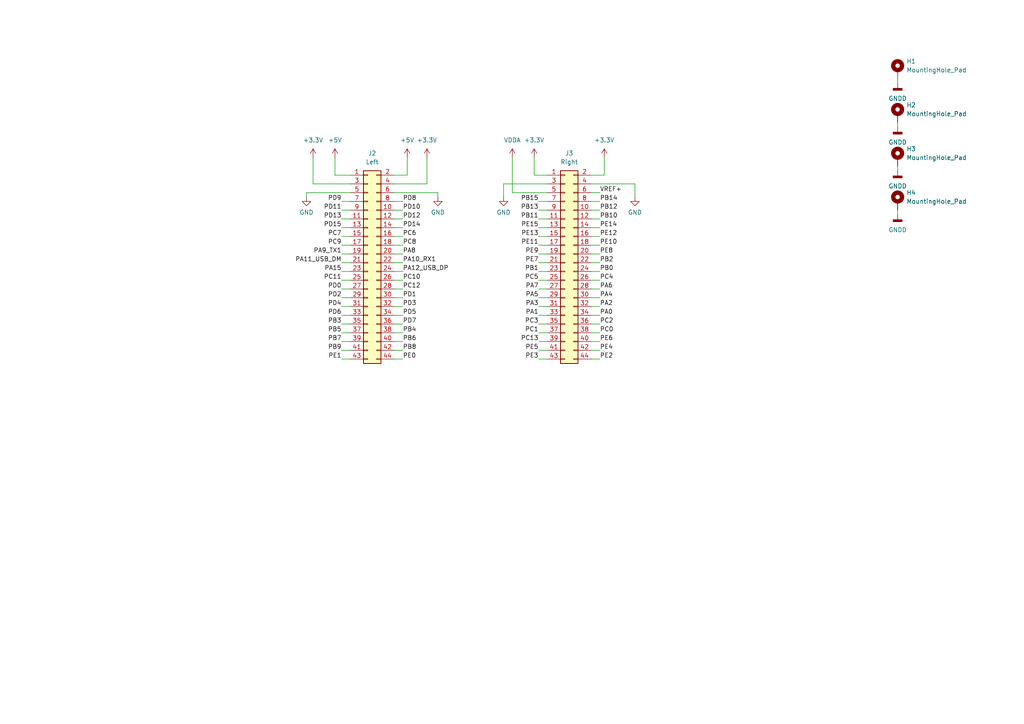
<source format=kicad_sch>
(kicad_sch (version 20231120) (generator "eeschema") (generator_version "8.0")
  (paper "A4")
  (lib_symbols
    (symbol "Connector_Generic:Conn_02x22_Odd_Even" (pin_names (offset 1.016) hide)
      (property "Reference" "J" (at 1.27 27.94 0))
      (property "Value" "Conn_02x22_Odd_Even" (at 1.27 -30.48 0))
      (symbol "Conn_02x22_Odd_Even_1_1"
        (rectangle (start -1.27 -27.813) (end 0 -28.067) (stroke (width 0.1524)))
        (rectangle (start -1.27 -25.273) (end 0 -25.527) (stroke (width 0.1524)))
        (rectangle (start -1.27 -22.733) (end 0 -22.987) (stroke (width 0.1524)))
        (rectangle (start -1.27 -20.193) (end 0 -20.447) (stroke (width 0.1524)))
        (rectangle (start -1.27 -17.653) (end 0 -17.907) (stroke (width 0.1524)))
        (rectangle (start -1.27 -15.113) (end 0 -15.367) (stroke (width 0.1524)))
        (rectangle (start -1.27 -12.573) (end 0 -12.827) (stroke (width 0.1524)))
        (rectangle (start -1.27 -10.033) (end 0 -10.287) (stroke (width 0.1524)))
        (rectangle (start -1.27 -7.493) (end 0 -7.747) (stroke (width 0.1524)))
        (rectangle (start -1.27 -4.953) (end 0 -5.207) (stroke (width 0.1524)))
        (rectangle (start -1.27 -2.413) (end 0 -2.667) (stroke (width 0.1524)))
        (rectangle (start -1.27 0.127) (end 0 -0.127) (stroke (width 0.1524)))
        (rectangle (start -1.27 2.667) (end 0 2.413) (stroke (width 0.1524)))
        (rectangle (start -1.27 5.207) (end 0 4.953) (stroke (width 0.1524)))
        (rectangle (start -1.27 7.747) (end 0 7.493) (stroke (width 0.1524)))
        (rectangle (start -1.27 10.287) (end 0 10.033) (stroke (width 0.1524)))
        (rectangle (start -1.27 12.827) (end 0 12.573) (stroke (width 0.1524)))
        (rectangle (start -1.27 15.367) (end 0 15.113) (stroke (width 0.1524)))
        (rectangle (start -1.27 17.907) (end 0 17.653) (stroke (width 0.1524)))
        (rectangle (start -1.27 20.447) (end 0 20.193) (stroke (width 0.1524)))
        (rectangle (start -1.27 22.987) (end 0 22.733) (stroke (width 0.1524)))
        (rectangle (start -1.27 25.527) (end 0 25.273) (stroke (width 0.1524)))
        (rectangle (start -1.27 26.67) (end 3.81 -29.21) (stroke (width 0.254)) (fill (type background)))
        (rectangle (start 3.81 -27.813) (end 2.54 -28.067) (stroke (width 0.1524)))
        (rectangle (start 3.81 -25.273) (end 2.54 -25.527) (stroke (width 0.1524)))
        (rectangle (start 3.81 -22.733) (end 2.54 -22.987) (stroke (width 0.1524)))
        (rectangle (start 3.81 -20.193) (end 2.54 -20.447) (stroke (width 0.1524)))
        (rectangle (start 3.81 -17.653) (end 2.54 -17.907) (stroke (width 0.1524)))
        (rectangle (start 3.81 -15.113) (end 2.54 -15.367) (stroke (width 0.1524)))
        (rectangle (start 3.81 -12.573) (end 2.54 -12.827) (stroke (width 0.1524)))
        (rectangle (start 3.81 -10.033) (end 2.54 -10.287) (stroke (width 0.1524)))
        (rectangle (start 3.81 -7.493) (end 2.54 -7.747) (stroke (width 0.1524)))
        (rectangle (start 3.81 -4.953) (end 2.54 -5.207) (stroke (width 0.1524)))
        (rectangle (start 3.81 -2.413) (end 2.54 -2.667) (stroke (width 0.1524)))
        (rectangle (start 3.81 0.127) (end 2.54 -0.127) (stroke (width 0.1524)))
        (rectangle (start 3.81 2.667) (end 2.54 2.413) (stroke (width 0.1524)))
        (rectangle (start 3.81 5.207) (end 2.54 4.953) (stroke (width 0.1524)))
        (rectangle (start 3.81 7.747) (end 2.54 7.493) (stroke (width 0.1524)))
        (rectangle (start 3.81 10.287) (end 2.54 10.033) (stroke (width 0.1524)))
        (rectangle (start 3.81 12.827) (end 2.54 12.573) (stroke (width 0.1524)))
        (rectangle (start 3.81 15.367) (end 2.54 15.113) (stroke (width 0.1524)))
        (rectangle (start 3.81 17.907) (end 2.54 17.653) (stroke (width 0.1524)))
        (rectangle (start 3.81 20.447) (end 2.54 20.193) (stroke (width 0.1524)))
        (rectangle (start 3.81 22.987) (end 2.54 22.733) (stroke (width 0.1524)))
        (rectangle (start 3.81 25.527) (end 2.54 25.273) (stroke (width 0.1524)))
        (pin passive line (at -5.08 25.4 0) (length 3.81) (name "Pin_1") (number "1"))
        (pin passive line (at 7.62 15.24 180) (length 3.81) (name "Pin_10") (number "10"))
        (pin passive line (at -5.08 12.7 0) (length 3.81) (name "Pin_11") (number "11"))
        (pin passive line (at 7.62 12.7 180) (length 3.81) (name "Pin_12") (number "12"))
        (pin passive line (at -5.08 10.16 0) (length 3.81) (name "Pin_13") (number "13"))
        (pin passive line (at 7.62 10.16 180) (length 3.81) (name "Pin_14") (number "14"))
        (pin passive line (at -5.08 7.62 0) (length 3.81) (name "Pin_15") (number "15"))
        (pin passive line (at 7.62 7.62 180) (length 3.81) (name "Pin_16") (number "16"))
        (pin passive line (at -5.08 5.08 0) (length 3.81) (name "Pin_17") (number "17"))
        (pin passive line (at 7.62 5.08 180) (length 3.81) (name "Pin_18") (number "18"))
        (pin passive line (at -5.08 2.54 0) (length 3.81) (name "Pin_19") (number "19"))
        (pin passive line (at 7.62 25.4 180) (length 3.81) (name "Pin_2") (number "2"))
        (pin passive line (at 7.62 2.54 180) (length 3.81) (name "Pin_20") (number "20"))
        (pin passive line (at -5.08 0 0) (length 3.81) (name "Pin_21") (number "21"))
        (pin passive line (at 7.62 0 180) (length 3.81) (name "Pin_22") (number "22"))
        (pin passive line (at -5.08 -2.54 0) (length 3.81) (name "Pin_23") (number "23"))
        (pin passive line (at 7.62 -2.54 180) (length 3.81) (name "Pin_24") (number "24"))
        (pin passive line (at -5.08 -5.08 0) (length 3.81) (name "Pin_25") (number "25"))
        (pin passive line (at 7.62 -5.08 180) (length 3.81) (name "Pin_26") (number "26"))
        (pin passive line (at -5.08 -7.62 0) (length 3.81) (name "Pin_27") (number "27"))
        (pin passive line (at 7.62 -7.62 180) (length 3.81) (name "Pin_28") (number "28"))
        (pin passive line (at -5.08 -10.16 0) (length 3.81) (name "Pin_29") (number "29"))
        (pin passive line (at -5.08 22.86 0) (length 3.81) (name "Pin_3") (number "3"))
        (pin passive line (at 7.62 -10.16 180) (length 3.81) (name "Pin_30") (number "30"))
        (pin passive line (at -5.08 -12.7 0) (length 3.81) (name "Pin_31") (number "31"))
        (pin passive line (at 7.62 -12.7 180) (length 3.81) (name "Pin_32") (number "32"))
        (pin passive line (at -5.08 -15.24 0) (length 3.81) (name "Pin_33") (number "33"))
        (pin passive line (at 7.62 -15.24 180) (length 3.81) (name "Pin_34") (number "34"))
        (pin passive line (at -5.08 -17.78 0) (length 3.81) (name "Pin_35") (number "35"))
        (pin passive line (at 7.62 -17.78 180) (length 3.81) (name "Pin_36") (number "36"))
        (pin passive line (at -5.08 -20.32 0) (length 3.81) (name "Pin_37") (number "37"))
        (pin passive line (at 7.62 -20.32 180) (length 3.81) (name "Pin_38") (number "38"))
        (pin passive line (at -5.08 -22.86 0) (length 3.81) (name "Pin_39") (number "39"))
        (pin passive line (at 7.62 22.86 180) (length 3.81) (name "Pin_4") (number "4"))
        (pin passive line (at 7.62 -22.86 180) (length 3.81) (name "Pin_40") (number "40"))
        (pin passive line (at -5.08 -25.4 0) (length 3.81) (name "Pin_41") (number "41"))
        (pin passive line (at 7.62 -25.4 180) (length 3.81) (name "Pin_42") (number "42"))
        (pin passive line (at -5.08 -27.94 0) (length 3.81) (name "Pin_43") (number "43"))
        (pin passive line (at 7.62 -27.94 180) (length 3.81) (name "Pin_44") (number "44"))
        (pin passive line (at -5.08 20.32 0) (length 3.81) (name "Pin_5") (number "5"))
        (pin passive line (at 7.62 20.32 180) (length 3.81) (name "Pin_6") (number "6"))
        (pin passive line (at -5.08 17.78 0) (length 3.81) (name "Pin_7") (number "7"))
        (pin passive line (at 7.62 17.78 180) (length 3.81) (name "Pin_8") (number "8"))
        (pin passive line (at -5.08 15.24 0) (length 3.81) (name "Pin_9") (number "9"))
      )
    )
    (symbol "Mechanical:MountingHole_Pad" (pin_numbers hide) (pin_names (offset 1.016) hide)
      (property "Reference" "H" (at 0 6.35 0))
      (property "Value" "MountingHole_Pad" (at 0 4.445 0))
      (symbol "MountingHole_Pad_0_1"
        (circle (center 0 1.27) (radius 1.27) (stroke (width 1.27)))
      )
      (symbol "MountingHole_Pad_1_1"
        (pin input line (at 0 -2.54 90) (length 2.54) (name "1") (number "1"))
      )
    )
    (symbol "power:+3.3V" (power) (pin_names (offset 0))
      (property "Value" "+3.3V" (at 0 3.556 0))
      (symbol "+3.3V_0_1"
        (polyline (pts (xy -0.762 1.27) (xy 0 2.54)))
        (polyline (pts (xy 0 0) (xy 0 2.54)))
        (polyline (pts (xy 0 2.54) (xy 0.762 1.27)))
      )
      (symbol "+3.3V_1_1"
        (pin power_in line (at 0 0 90) (length 0) hide (name "+3.3V") (number "1"))
      )
    )
    (symbol "power:+5V" (power) (pin_names (offset 0))
      (property "Value" "+5V" (at 0 3.556 0))
      (symbol "+5V_0_1"
        (polyline (pts (xy -0.762 1.27) (xy 0 2.54)))
        (polyline (pts (xy 0 0) (xy 0 2.54)))
        (polyline (pts (xy 0 2.54) (xy 0.762 1.27)))
      )
      (symbol "+5V_1_1"
        (pin power_in line (at 0 0 90) (length 0) hide (name "+5V") (number "1"))
      )
    )
    (symbol "power:GND" (power) (pin_names (offset 0))
      (property "Value" "GND" (at 0 -3.81 0))
      (symbol "GND_0_1"
        (polyline (pts (xy 0 0) (xy 0 -1.27) (xy 1.27 -1.27) (xy 0 -2.54) (xy -1.27 -1.27) (xy 0 -1.27)))
      )
      (symbol "GND_1_1"
        (pin power_in line (at 0 0 270) (length 0) hide (name "GND") (number "1"))
      )
    )
    (symbol "power:GNDD" (power) (pin_names (offset 0))
      (property "Value" "GNDD" (at 0 -3.175 0))
      (symbol "GNDD_0_1"
        (rectangle (start -1.27 -1.524) (end 1.27 -2.032) (stroke (width 0.254)) (fill (type outline)))
        (polyline (pts (xy 0 0) (xy 0 -1.524)))
      )
      (symbol "GNDD_1_1"
        (pin power_in line (at 0 0 270) (length 0) hide (name "GNDD") (number "1"))
      )
    )
    (symbol "power:VDDA" (power) (pin_names (offset 0))
      (property "Value" "VDDA" (at 0 3.81 0))
      (symbol "VDDA_0_1"
        (polyline (pts (xy -0.762 1.27) (xy 0 2.54)))
        (polyline (pts (xy 0 0) (xy 0 2.54)))
        (polyline (pts (xy 0 2.54) (xy 0.762 1.27)))
      )
      (symbol "VDDA_1_1"
        (pin power_in line (at 0 0 90) (length 0) hide (name "VDDA") (number "1"))
      )
    )
  )
  (wire (pts (xy 99.06 73.66) (xy 101.6 73.66)))
  (wire (pts (xy 171.45 104.14) (xy 173.99 104.14)))
  (wire (pts (xy 99.06 63.5) (xy 101.6 63.5)))
  (wire (pts (xy 171.45 86.36) (xy 173.99 86.36)))
  (wire (pts (xy 171.45 96.52) (xy 173.99 96.52)))
  (wire (pts (xy 156.21 101.6) (xy 158.75 101.6)))
  (wire (pts (xy 156.21 71.12) (xy 158.75 71.12)))
  (wire (pts (xy 114.3 83.82) (xy 116.84 83.82)))
  (wire (pts (xy 171.45 73.66) (xy 173.99 73.66)))
  (wire (pts (xy 156.21 66.04) (xy 158.75 66.04)))
  (wire (pts (xy 114.3 96.52) (xy 116.84 96.52)))
  (wire (pts (xy 156.21 83.82) (xy 158.75 83.82)))
  (wire (pts (xy 114.3 91.44) (xy 116.84 91.44)))
  (wire (pts (xy 99.06 101.6) (xy 101.6 101.6)))
  (wire (pts (xy 171.45 78.74) (xy 173.99 78.74)))
  (wire (pts (xy 184.15 53.34) (xy 184.15 57.15)))
  (wire (pts (xy 99.06 86.36) (xy 101.6 86.36)))
  (wire (pts (xy 114.3 101.6) (xy 116.84 101.6)))
  (wire (pts (xy 114.3 63.5) (xy 116.84 63.5)))
  (wire (pts (xy 114.3 73.66) (xy 116.84 73.66)))
  (wire (pts (xy 99.06 81.28) (xy 101.6 81.28)))
  (wire (pts (xy 171.45 76.2) (xy 173.99 76.2)))
  (wire (pts (xy 156.21 78.74) (xy 158.75 78.74)))
  (wire (pts (xy 123.825 53.34) (xy 114.3 53.34)))
  (wire (pts (xy 171.45 55.88) (xy 173.99 55.88)))
  (wire (pts (xy 99.06 83.82) (xy 101.6 83.82)))
  (wire (pts (xy 90.805 53.34) (xy 101.6 53.34)))
  (wire (pts (xy 99.06 99.06) (xy 101.6 99.06)))
  (wire (pts (xy 118.11 45.72) (xy 118.11 50.8)))
  (wire (pts (xy 171.45 88.9) (xy 173.99 88.9)))
  (wire (pts (xy 99.06 104.14) (xy 101.6 104.14)))
  (wire (pts (xy 156.21 76.2) (xy 158.75 76.2)))
  (wire (pts (xy 114.3 78.74) (xy 116.84 78.74)))
  (wire (pts (xy 260.35 48.26) (xy 260.35 49.53)))
  (wire (pts (xy 156.21 91.44) (xy 158.75 91.44)))
  (wire (pts (xy 156.21 68.58) (xy 158.75 68.58)))
  (wire (pts (xy 99.06 78.74) (xy 101.6 78.74)))
  (wire (pts (xy 260.35 35.56) (xy 260.35 36.83)))
  (wire (pts (xy 123.825 45.72) (xy 123.825 53.34)))
  (wire (pts (xy 171.45 58.42) (xy 173.99 58.42)))
  (wire (pts (xy 97.155 50.8) (xy 101.6 50.8)))
  (wire (pts (xy 114.3 60.96) (xy 116.84 60.96)))
  (wire (pts (xy 171.45 99.06) (xy 173.99 99.06)))
  (wire (pts (xy 171.45 81.28) (xy 173.99 81.28)))
  (wire (pts (xy 171.45 71.12) (xy 173.99 71.12)))
  (wire (pts (xy 114.3 99.06) (xy 116.84 99.06)))
  (wire (pts (xy 171.45 93.98) (xy 173.99 93.98)))
  (wire (pts (xy 171.45 63.5) (xy 173.99 63.5)))
  (wire (pts (xy 127 55.88) (xy 127 57.15)))
  (wire (pts (xy 154.94 50.8) (xy 158.75 50.8)))
  (wire (pts (xy 90.805 45.72) (xy 90.805 53.34)))
  (wire (pts (xy 99.06 88.9) (xy 101.6 88.9)))
  (wire (pts (xy 118.11 50.8) (xy 114.3 50.8)))
  (wire (pts (xy 88.9 55.88) (xy 88.9 57.15)))
  (wire (pts (xy 156.21 99.06) (xy 158.75 99.06)))
  (wire (pts (xy 99.06 91.44) (xy 101.6 91.44)))
  (wire (pts (xy 156.21 63.5) (xy 158.75 63.5)))
  (wire (pts (xy 156.21 58.42) (xy 158.75 58.42)))
  (wire (pts (xy 260.35 60.96) (xy 260.35 62.23)))
  (wire (pts (xy 171.45 68.58) (xy 173.99 68.58)))
  (wire (pts (xy 154.94 45.72) (xy 154.94 50.8)))
  (wire (pts (xy 171.45 60.96) (xy 173.99 60.96)))
  (wire (pts (xy 114.3 76.2) (xy 116.84 76.2)))
  (wire (pts (xy 114.3 71.12) (xy 116.84 71.12)))
  (wire (pts (xy 99.06 96.52) (xy 101.6 96.52)))
  (wire (pts (xy 114.3 104.14) (xy 116.84 104.14)))
  (wire (pts (xy 156.21 60.96) (xy 158.75 60.96)))
  (wire (pts (xy 99.06 71.12) (xy 101.6 71.12)))
  (wire (pts (xy 175.26 45.72) (xy 175.26 50.8)))
  (wire (pts (xy 114.3 58.42) (xy 116.84 58.42)))
  (wire (pts (xy 99.06 76.2) (xy 101.6 76.2)))
  (wire (pts (xy 171.45 101.6) (xy 173.99 101.6)))
  (wire (pts (xy 114.3 86.36) (xy 116.84 86.36)))
  (wire (pts (xy 99.06 68.58) (xy 101.6 68.58)))
  (wire (pts (xy 171.45 91.44) (xy 173.99 91.44)))
  (wire (pts (xy 171.45 66.04) (xy 173.99 66.04)))
  (wire (pts (xy 156.21 86.36) (xy 158.75 86.36)))
  (wire (pts (xy 97.155 45.72) (xy 97.155 50.8)))
  (wire (pts (xy 156.21 104.14) (xy 158.75 104.14)))
  (wire (pts (xy 146.05 53.34) (xy 146.05 57.15)))
  (wire (pts (xy 156.21 93.98) (xy 158.75 93.98)))
  (wire (pts (xy 114.3 68.58) (xy 116.84 68.58)))
  (wire (pts (xy 99.06 58.42) (xy 101.6 58.42)))
  (wire (pts (xy 175.26 50.8) (xy 171.45 50.8)))
  (wire (pts (xy 156.21 88.9) (xy 158.75 88.9)))
  (wire (pts (xy 156.21 96.52) (xy 158.75 96.52)))
  (wire (pts (xy 114.3 55.88) (xy 127 55.88)))
  (wire (pts (xy 158.75 55.88) (xy 148.59 55.88)))
  (wire (pts (xy 114.3 81.28) (xy 116.84 81.28)))
  (wire (pts (xy 114.3 93.98) (xy 116.84 93.98)))
  (wire (pts (xy 99.06 66.04) (xy 101.6 66.04)))
  (wire (pts (xy 148.59 55.88) (xy 148.59 45.72)))
  (wire (pts (xy 114.3 66.04) (xy 116.84 66.04)))
  (wire (pts (xy 99.06 60.96) (xy 101.6 60.96)))
  (wire (pts (xy 114.3 88.9) (xy 116.84 88.9)))
  (wire (pts (xy 260.35 22.86) (xy 260.35 24.13)))
  (wire (pts (xy 101.6 55.88) (xy 88.9 55.88)))
  (wire (pts (xy 99.06 93.98) (xy 101.6 93.98)))
  (wire (pts (xy 156.21 81.28) (xy 158.75 81.28)))
  (wire (pts (xy 171.45 83.82) (xy 173.99 83.82)))
  (wire (pts (xy 156.21 73.66) (xy 158.75 73.66)))
  (wire (pts (xy 158.75 53.34) (xy 146.05 53.34)))
  (wire (pts (xy 171.45 53.34) (xy 184.15 53.34)))
  (label "PD7" (at 116.84 93.98 0))
  (label "PB2" (at 173.99 76.2 0))
  (label "PD4" (at 99.06 88.9 180))
  (label "PA11_USB_DM" (at 99.06 76.2 180))
  (label "VREF+" (at 173.99 55.88 0))
  (label "PB7" (at 99.06 99.06 180))
  (label "PE12" (at 173.99 68.58 0))
  (label "PB13" (at 156.21 60.96 180))
  (label "PE11" (at 156.21 71.12 180))
  (label "PD10" (at 116.84 60.96 0))
  (label "PC8" (at 116.84 71.12 0))
  (label "PA6" (at 173.99 83.82 0))
  (label "PB6" (at 116.84 99.06 0))
  (label "PE5" (at 156.21 101.6 180))
  (label "PB3" (at 99.06 93.98 180))
  (label "PE10" (at 173.99 71.12 0))
  (label "PC10" (at 116.84 81.28 0))
  (label "PD6" (at 99.06 91.44 180))
  (label "PC3" (at 156.21 93.98 180))
  (label "PE9" (at 156.21 73.66 180))
  (label "PC2" (at 173.99 93.98 0))
  (label "PD11" (at 99.06 60.96 180))
  (label "PB9" (at 99.06 101.6 180))
  (label "PA1" (at 156.21 91.44 180))
  (label "PE0" (at 116.84 104.14 0))
  (label "PA7" (at 156.21 83.82 180))
  (label "PB5" (at 99.06 96.52 180))
  (label "PA8" (at 116.84 73.66 0))
  (label "PD12" (at 116.84 63.5 0))
  (label "PE13" (at 156.21 68.58 180))
  (label "PA15" (at 99.06 78.74 180))
  (label "PD9" (at 99.06 58.42 180))
  (label "PD14" (at 116.84 66.04 0))
  (label "PE2" (at 173.99 104.14 0))
  (label "PC13" (at 156.21 99.06 180))
  (label "PD13" (at 99.06 63.5 180))
  (label "PD3" (at 116.84 88.9 0))
  (label "PA9_TX1" (at 99.06 73.66 180))
  (label "PC1" (at 156.21 96.52 180))
  (label "PD2" (at 99.06 86.36 180))
  (label "PC5" (at 156.21 81.28 180))
  (label "PC0" (at 173.99 96.52 0))
  (label "PD1" (at 116.84 86.36 0))
  (label "PA0" (at 173.99 91.44 0))
  (label "PC11" (at 99.06 81.28 180))
  (label "PA5" (at 156.21 86.36 180))
  (label "PC4" (at 173.99 81.28 0))
  (label "PE1" (at 99.06 104.14 180))
  (label "PA12_USB_DP" (at 116.84 78.74 0))
  (label "PE8" (at 173.99 73.66 0))
  (label "PD15" (at 99.06 66.04 180))
  (label "PD5" (at 116.84 91.44 0))
  (label "PA4" (at 173.99 86.36 0))
  (label "PC12" (at 116.84 83.82 0))
  (label "PB14" (at 173.99 58.42 0))
  (label "PA2" (at 173.99 88.9 0))
  (label "PA10_RX1" (at 116.84 76.2 0))
  (label "PA3" (at 156.21 88.9 180))
  (label "PB15" (at 156.21 58.42 180))
  (label "PB12" (at 173.99 60.96 0))
  (label "PE15" (at 156.21 66.04 180))
  (label "PD8" (at 116.84 58.42 0))
  (label "PB4" (at 116.84 96.52 0))
  (label "PC6" (at 116.84 68.58 0))
  (label "PE14" (at 173.99 66.04 0))
  (label "PB10" (at 173.99 63.5 0))
  (label "PE3" (at 156.21 104.14 180))
  (label "PE4" (at 173.99 101.6 0))
  (label "PB1" (at 156.21 78.74 180))
  (label "PB8" (at 116.84 101.6 0))
  (label "PE7" (at 156.21 76.2 180))
  (label "PC7" (at 99.06 68.58 180))
  (label "PE6" (at 173.99 99.06 0))
  (label "PC9" (at 99.06 71.12 180))
  (label "PB0" (at 173.99 78.74 0))
  (label "PD0" (at 99.06 83.82 180))
  (label "PB11" (at 156.21 63.5 180))
  (symbol (lib_id "power:+3.3V") (at 175.26 45.72 0) (unit 1)
    (property "Reference" "#PWR010" (effects (hide yes)))
    (property "Value" "+3.3V" (at 175.26 40.64 0))
  )
  (symbol (lib_id "power:GNDD") (at 260.35 49.53 0) (unit 1)
    (property "Reference" "#PWR014" (effects (hide yes)))
    (property "Value" "GNDD" (at 260.35 53.975 0))
  )
  (symbol (lib_id "power:+5V") (at 97.155 45.72 0) (unit 1)
    (property "Reference" "#PWR03" (effects (hide yes)))
    (property "Value" "+5V" (at 97.155 40.64 0))
  )
  (symbol (lib_id "Connector_Generic:Conn_02x22_Odd_Even") (at 106.68 76.2 0) (unit 1)
    (property "Reference" "J2" (at 107.95 44.45 0))
    (property "Value" "Left" (at 107.95 46.99 0))
    (property "Footprint" "Connector_PinHeader_2.54mm:PinHeader_2x22_P2.54mm_Vertical" (effects (hide yes)))
  )
  (symbol (lib_id "Connector_Generic:Conn_02x22_Odd_Even") (at 163.83 76.2 0) (unit 1)
    (property "Reference" "J3" (at 165.1 44.45 0))
    (property "Value" "Right" (at 165.1 46.99 0))
    (property "Footprint" "Connector_PinHeader_2.54mm:PinHeader_2x22_P2.54mm_Vertical" (effects (hide yes)))
  )
  (symbol (lib_id "power:+5V") (at 118.11 45.72 0) (unit 1)
    (property "Reference" "#PWR04" (effects (hide yes)))
    (property "Value" "+5V" (at 118.11 40.64 0))
  )
  (symbol (lib_id "power:GND") (at 127 57.15 0) (unit 1)
    (property "Reference" "#PWR06" (effects (hide yes)))
    (property "Value" "GND" (at 127 61.595 0))
  )
  (symbol (lib_id "power:+3.3V") (at 123.825 45.72 0) (unit 1)
    (property "Reference" "#PWR05" (effects (hide yes)))
    (property "Value" "+3.3V" (at 123.825 40.64 0))
  )
  (symbol (lib_id "power:GNDD") (at 260.35 62.23 0) (unit 1)
    (property "Reference" "#PWR015" (effects (hide yes)))
    (property "Value" "GNDD" (at 260.35 66.675 0))
  )
  (symbol (lib_id "power:GNDD") (at 260.35 24.13 0) (unit 1)
    (property "Reference" "#PWR012" (effects (hide yes)))
    (property "Value" "GNDD" (at 260.35 28.575 0))
  )
  (symbol (lib_id "power:+3.3V") (at 154.94 45.72 0) (unit 1)
    (property "Reference" "#PWR09" (effects (hide yes)))
    (property "Value" "+3.3V" (at 154.94 40.64 0))
  )
  (symbol (lib_id "power:GND") (at 146.05 57.15 0) (unit 1)
    (property "Reference" "#PWR07" (effects (hide yes)))
    (property "Value" "GND" (at 146.05 61.595 0))
  )
  (symbol (lib_id "power:+3.3V") (at 90.805 45.72 0) (unit 1)
    (property "Reference" "#PWR02" (effects (hide yes)))
    (property "Value" "+3.3V" (at 90.805 40.64 0))
  )
  (symbol (lib_id "power:VDDA") (at 148.59 45.72 0) (unit 1)
    (property "Reference" "#PWR08" (effects (hide yes)))
    (property "Value" "VDDA" (at 148.59 40.64 0))
  )
  (symbol (lib_id "Mechanical:MountingHole_Pad") (at 260.35 33.02 0) (unit 1)
    (property "Reference" "H2" (at 262.89 30.4799 0) (effects (justify left)))
    (property "Value" "MountingHole_Pad" (at 262.89 33.0199 0) (effects (justify left)))
    (property "Footprint" "MountingHole:MountingHole_3mm_Pad" (effects (hide yes)))
  )
  (symbol (lib_id "Mechanical:MountingHole_Pad") (at 260.35 45.72 0) (unit 1)
    (property "Reference" "H3" (at 262.89 43.1799 0) (effects (justify left)))
    (property "Value" "MountingHole_Pad" (at 262.89 45.7199 0) (effects (justify left)))
    (property "Footprint" "MountingHole:MountingHole_3mm_Pad" (effects (hide yes)))
  )
  (symbol (lib_id "power:GNDD") (at 260.35 36.83 0) (unit 1)
    (property "Reference" "#PWR013" (effects (hide yes)))
    (property "Value" "GNDD" (at 260.35 41.275 0))
  )
  (symbol (lib_id "Mechanical:MountingHole_Pad") (at 260.35 20.32 0) (unit 1)
    (property "Reference" "H1" (at 262.89 17.7799 0) (effects (justify left)))
    (property "Value" "MountingHole_Pad" (at 262.89 20.3199 0) (effects (justify left)))
    (property "Footprint" "MountingHole:MountingHole_3mm_Pad" (effects (hide yes)))
  )
  (symbol (lib_id "power:GND") (at 184.15 57.15 0) (unit 1)
    (property "Reference" "#PWR011" (effects (hide yes)))
    (property "Value" "GND" (at 184.15 61.595 0))
  )
  (symbol (lib_id "Mechanical:MountingHole_Pad") (at 260.35 58.42 0) (unit 1)
    (property "Reference" "H4" (at 262.89 55.8799 0) (effects (justify left)))
    (property "Value" "MountingHole_Pad" (at 262.89 58.4199 0) (effects (justify left)))
    (property "Footprint" "MountingHole:MountingHole_3mm_Pad" (effects (hide yes)))
  )
  (symbol (lib_id "power:GND") (at 88.9 57.15 0) (unit 1)
    (property "Reference" "#PWR01" (effects (hide yes)))
    (property "Value" "GND" (at 88.9 61.595 0))
  )
)
</source>
